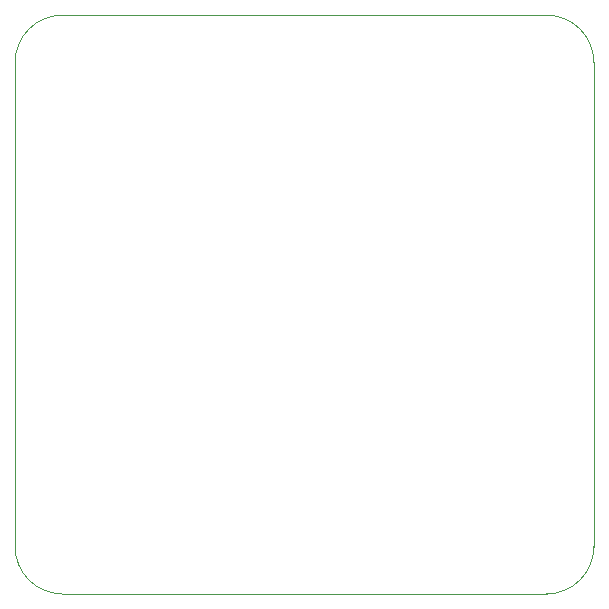
<source format=gbr>
G04 (created by PCBNEW (2013-04-19 BZR 4011)-stable) date 05/01/2015 14:15:00*
%MOIN*%
G04 Gerber Fmt 3.4, Leading zero omitted, Abs format*
%FSLAX34Y34*%
G01*
G70*
G90*
G04 APERTURE LIST*
%ADD10C,0*%
%ADD11C,0.00393701*%
G04 APERTURE END LIST*
G54D10*
G54D11*
X19291Y-17716D02*
X19291Y-1574D01*
X17716Y-19291D02*
X1574Y-19291D01*
X0Y-17716D02*
X0Y-1574D01*
X0Y-17716D02*
G75*
G03X1574Y-19291I1574J0D01*
G74*
G01*
X17716Y0D02*
X1574Y0D01*
X17716Y-19291D02*
G75*
G03X19291Y-17716I0J1574D01*
G74*
G01*
X19291Y-1574D02*
G75*
G03X17716Y0I-1574J0D01*
G74*
G01*
X1574Y0D02*
G75*
G03X0Y-1574I0J-1574D01*
G74*
G01*
M02*

</source>
